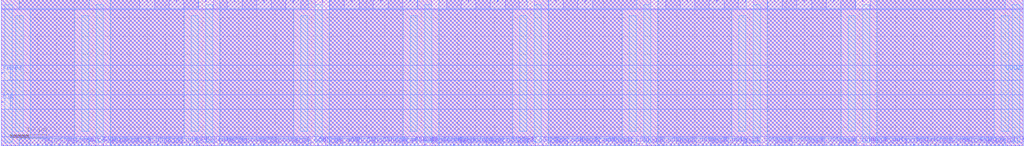
<source format=lef>
###############################################################
#  Generated by:      Cadence Innovus 21.14-s109_1
#  OS:                Linux x86_64(Host ID caen-vnc-mi06.engin.umich.edu)
#  Generated on:      Mon Apr  3 19:46:33 2023
#  Design:            decoder
#  Command:           write_lef_abstract /afs/umich.edu/class/eecs627/w23/groups/group4/CNN_LSTM/MEM/apr/decoder/data/decoder.lef -specifyTopLayer 4 -stripePin -PGpinLayers 4
###############################################################

VERSION 5.8 ;

BUSBITCHARS "[]" ;
DIVIDERCHAR "/" ;

MACRO decoder
  CLASS BLOCK ;
  SIZE 280.000000 BY 40.000000 ;
  FOREIGN decoder 0.000000 0.000000 ;
  ORIGIN 0 0 ;
  SYMMETRY X Y R90 ;
  PIN clk
    DIRECTION INPUT ;
    USE SIGNAL ;
    ANTENNAPARTIALMETALAREA 1.46 LAYER M3  ;
    ANTENNAPARTIALMETALSIDEAREA 0.015 LAYER M3  ;
    ANTENNAMODEL OXIDE1 ;
    ANTENNAGATEAREA 0.2136 LAYER M3  ;
    ANTENNAMAXAREACAR 8.25187 LAYER M3  ;
    ANTENNAMAXSIDEAREACAR 0.0875468 LAYER M3  ;
    ANTENNAMAXCUTCAR 0.561798 LAYER V3  ;
    PORT
      LAYER M3 ;
        RECT 0.000000 11.900000 0.600000 12.100000 ;
    END
  END clk
  PIN reset
    DIRECTION INPUT ;
    USE SIGNAL ;
    ANTENNAPARTIALMETALAREA 12.66 LAYER M3  ;
    ANTENNAPARTIALMETALSIDEAREA 0.127 LAYER M3  ;
    ANTENNAMODEL OXIDE1 ;
    ANTENNAGATEAREA 0.4416 LAYER M3  ;
    ANTENNAMAXAREACAR 31.7705 LAYER M3  ;
    ANTENNAMAXSIDEAREACAR 0.316925 LAYER M3  ;
    ANTENNAMAXCUTCAR 0.48419 LAYER V3  ;
    PORT
      LAYER M3 ;
        RECT 0.000000 19.900000 0.600000 20.100000 ;
    END
  END reset
  PIN CNTR_pk_in_PE_state__2_
    DIRECTION INPUT ;
    USE SIGNAL ;
    ANTENNAPARTIALMETALAREA 1.66 LAYER M2  ;
    ANTENNAPARTIALMETALSIDEAREA 0.0166 LAYER M2  ;
    ANTENNAPARTIALCUTAREA 0.08 LAYER V2  ;
    ANTENNAPARTIALMETALAREA 0.36 LAYER M3  ;
    ANTENNAPARTIALMETALSIDEAREA 0.004 LAYER M3  ;
    ANTENNAMODEL OXIDE1 ;
    ANTENNAGATEAREA 0.0624 LAYER M3  ;
    ANTENNAMAXAREACAR 14.7692 LAYER M3  ;
    ANTENNAMAXSIDEAREACAR 0.155449 LAYER M3  ;
    ANTENNAMAXCUTCAR 2.5641 LAYER V3  ;
    PORT
      LAYER M2 ;
        RECT 135.900000 39.400000 136.100000 40.000000 ;
    END
  END CNTR_pk_in_PE_state__2_
  PIN CNTR_pk_in_PE_state__1_
    DIRECTION INPUT ;
    USE SIGNAL ;
    ANTENNAPARTIALMETALAREA 2.7 LAYER M2  ;
    ANTENNAPARTIALMETALSIDEAREA 0.027 LAYER M2  ;
    ANTENNAMODEL OXIDE1 ;
    ANTENNAGATEAREA 0.0624 LAYER M2  ;
    ANTENNAMAXAREACAR 49.0641 LAYER M2  ;
    ANTENNAMAXSIDEAREACAR 0.485577 LAYER M2  ;
    ANTENNAMAXCUTCAR 1.28205 LAYER V2  ;
    PORT
      LAYER M2 ;
        RECT 143.900000 39.400000 144.100000 40.000000 ;
    END
  END CNTR_pk_in_PE_state__1_
  PIN CNTR_pk_in_PE_state__0_
    DIRECTION INPUT ;
    USE SIGNAL ;
    ANTENNAPARTIALMETALAREA 2.62 LAYER M2  ;
    ANTENNAPARTIALMETALSIDEAREA 0.0262 LAYER M2  ;
    ANTENNAMODEL OXIDE1 ;
    ANTENNAGATEAREA 0.0624 LAYER M2  ;
    ANTENNAMAXAREACAR 47.7821 LAYER M2  ;
    ANTENNAMAXSIDEAREACAR 0.472756 LAYER M2  ;
    ANTENNAMAXCUTCAR 1.28205 LAYER V2  ;
    PORT
      LAYER M2 ;
        RECT 151.900000 39.400000 152.100000 40.000000 ;
    END
  END CNTR_pk_in_PE_state__0_
  PIN CNTR_pk_in_wrb_data__7_
    DIRECTION INPUT ;
    USE SIGNAL ;
    ANTENNAPARTIALMETALAREA 1.34 LAYER M2  ;
    ANTENNAPARTIALMETALSIDEAREA 0.0134 LAYER M2  ;
    ANTENNAPARTIALCUTAREA 0.08 LAYER V2  ;
    ANTENNAPARTIALMETALAREA 1.56 LAYER M3  ;
    ANTENNAPARTIALMETALSIDEAREA 0.016 LAYER M3  ;
    ANTENNAMODEL OXIDE1 ;
    ANTENNAGATEAREA 0.0624 LAYER M3  ;
    ANTENNAMAXAREACAR 39.1282 LAYER M3  ;
    ANTENNAMAXSIDEAREACAR 0.399038 LAYER M3  ;
    ANTENNAMAXCUTCAR 2.5641 LAYER V3  ;
    PORT
      LAYER M2 ;
        RECT 235.900000 39.400000 236.100000 40.000000 ;
    END
  END CNTR_pk_in_wrb_data__7_
  PIN CNTR_pk_in_wrb_data__6_
    DIRECTION INPUT ;
    USE SIGNAL ;
    ANTENNAPARTIALMETALAREA 2.7 LAYER M2  ;
    ANTENNAPARTIALMETALSIDEAREA 0.027 LAYER M2  ;
    ANTENNAMODEL OXIDE1 ;
    ANTENNAGATEAREA 0.0624 LAYER M2  ;
    ANTENNAMAXAREACAR 49.0641 LAYER M2  ;
    ANTENNAMAXSIDEAREACAR 0.485577 LAYER M2  ;
    ANTENNAMAXCUTCAR 1.28205 LAYER V2  ;
    PORT
      LAYER M2 ;
        RECT 227.900000 39.400000 228.100000 40.000000 ;
    END
  END CNTR_pk_in_wrb_data__6_
  PIN CNTR_pk_in_wrb_data__5_
    DIRECTION INPUT ;
    USE SIGNAL ;
    ANTENNAPARTIALMETALAREA 2.7 LAYER M2  ;
    ANTENNAPARTIALMETALSIDEAREA 0.027 LAYER M2  ;
    ANTENNAMODEL OXIDE1 ;
    ANTENNAGATEAREA 0.0624 LAYER M2  ;
    ANTENNAMAXAREACAR 49.0641 LAYER M2  ;
    ANTENNAMAXSIDEAREACAR 0.485577 LAYER M2  ;
    ANTENNAMAXCUTCAR 1.28205 LAYER V2  ;
    PORT
      LAYER M2 ;
        RECT 219.900000 39.400000 220.100000 40.000000 ;
    END
  END CNTR_pk_in_wrb_data__5_
  PIN CNTR_pk_in_wrb_data__4_
    DIRECTION INPUT ;
    USE SIGNAL ;
    ANTENNAPARTIALMETALAREA 2.7 LAYER M2  ;
    ANTENNAPARTIALMETALSIDEAREA 0.027 LAYER M2  ;
    ANTENNAMODEL OXIDE1 ;
    ANTENNAGATEAREA 0.0624 LAYER M2  ;
    ANTENNAMAXAREACAR 49.0641 LAYER M2  ;
    ANTENNAMAXSIDEAREACAR 0.485577 LAYER M2  ;
    ANTENNAMAXCUTCAR 1.28205 LAYER V2  ;
    PORT
      LAYER M2 ;
        RECT 211.900000 39.400000 212.100000 40.000000 ;
    END
  END CNTR_pk_in_wrb_data__4_
  PIN CNTR_pk_in_wrb_data__3_
    DIRECTION INPUT ;
    USE SIGNAL ;
    ANTENNAPARTIALMETALAREA 2.78 LAYER M2  ;
    ANTENNAPARTIALMETALSIDEAREA 0.0278 LAYER M2  ;
    ANTENNAMODEL OXIDE1 ;
    ANTENNAGATEAREA 0.0624 LAYER M2  ;
    ANTENNAMAXAREACAR 50.3462 LAYER M2  ;
    ANTENNAMAXSIDEAREACAR 0.498397 LAYER M2  ;
    ANTENNAMAXCUTCAR 1.28205 LAYER V2  ;
    PORT
      LAYER M2 ;
        RECT 203.900000 39.400000 204.100000 40.000000 ;
    END
  END CNTR_pk_in_wrb_data__3_
  PIN CNTR_pk_in_wrb_data__2_
    DIRECTION INPUT ;
    USE SIGNAL ;
    ANTENNAPARTIALMETALAREA 1.66 LAYER M2  ;
    ANTENNAPARTIALMETALSIDEAREA 0.0166 LAYER M2  ;
    ANTENNAPARTIALCUTAREA 0.08 LAYER V2  ;
    ANTENNAPARTIALMETALAREA 0.52 LAYER M3  ;
    ANTENNAPARTIALMETALSIDEAREA 0.0056 LAYER M3  ;
    ANTENNAMODEL OXIDE1 ;
    ANTENNAGATEAREA 0.0624 LAYER M3  ;
    ANTENNAMAXAREACAR 31.4359 LAYER M3  ;
    ANTENNAMAXSIDEAREACAR 0.322115 LAYER M3  ;
    ANTENNAMAXCUTCAR 2.5641 LAYER V3  ;
    PORT
      LAYER M2 ;
        RECT 195.900000 39.400000 196.100000 40.000000 ;
    END
  END CNTR_pk_in_wrb_data__2_
  PIN CNTR_pk_in_wrb_data__1_
    DIRECTION INPUT ;
    USE SIGNAL ;
    ANTENNAPARTIALMETALAREA 2.62 LAYER M2  ;
    ANTENNAPARTIALMETALSIDEAREA 0.0262 LAYER M2  ;
    ANTENNAMODEL OXIDE1 ;
    ANTENNAGATEAREA 0.0624 LAYER M2  ;
    ANTENNAMAXAREACAR 47.7821 LAYER M2  ;
    ANTENNAMAXSIDEAREACAR 0.472756 LAYER M2  ;
    ANTENNAMAXCUTCAR 1.28205 LAYER V2  ;
    PORT
      LAYER M2 ;
        RECT 187.900000 39.400000 188.100000 40.000000 ;
    END
  END CNTR_pk_in_wrb_data__1_
  PIN CNTR_pk_in_wrb_data__0_
    DIRECTION INPUT ;
    USE SIGNAL ;
    ANTENNAPARTIALMETALAREA 2.7 LAYER M2  ;
    ANTENNAPARTIALMETALSIDEAREA 0.027 LAYER M2  ;
    ANTENNAMODEL OXIDE1 ;
    ANTENNAGATEAREA 0.0624 LAYER M2  ;
    ANTENNAMAXAREACAR 49.0641 LAYER M2  ;
    ANTENNAMAXSIDEAREACAR 0.485577 LAYER M2  ;
    ANTENNAMAXCUTCAR 1.28205 LAYER V2  ;
    PORT
      LAYER M2 ;
        RECT 179.900000 39.400000 180.100000 40.000000 ;
    END
  END CNTR_pk_in_wrb_data__0_
  PIN CNTR_pk_in_wrb_addr__7_
    DIRECTION INPUT ;
    USE SIGNAL ;
    ANTENNAPARTIALMETALAREA 1.9 LAYER M2  ;
    ANTENNAPARTIALMETALSIDEAREA 0.019 LAYER M2  ;
    ANTENNAPARTIALCUTAREA 0.08 LAYER V2  ;
    ANTENNAPARTIALMETALAREA 5.76 LAYER M3  ;
    ANTENNAPARTIALMETALSIDEAREA 0.0584 LAYER M3  ;
    ANTENNAMODEL OXIDE1 ;
    ANTENNAGATEAREA 0.5184 LAYER M3  ;
    ANTENNAMAXAREACAR 17.4621 LAYER M3  ;
    ANTENNAMAXSIDEAREACAR 0.177783 LAYER M3  ;
    ANTENNAMAXCUTCAR 0.704225 LAYER V3  ;
    PORT
      LAYER M2 ;
        RECT 39.900000 39.400000 40.100000 40.000000 ;
    END
  END CNTR_pk_in_wrb_addr__7_
  PIN CNTR_pk_in_wrb_addr__6_
    DIRECTION INPUT ;
    USE SIGNAL ;
    ANTENNAPARTIALMETALAREA 1.42 LAYER M2  ;
    ANTENNAPARTIALMETALSIDEAREA 0.0142 LAYER M2  ;
    ANTENNAPARTIALCUTAREA 0.08 LAYER V2  ;
    ANTENNAPARTIALMETALAREA 1.4 LAYER M3  ;
    ANTENNAPARTIALMETALSIDEAREA 0.0144 LAYER M3  ;
    ANTENNAMODEL OXIDE1 ;
    ANTENNAGATEAREA 0.2208 LAYER M3  ;
    ANTENNAMAXAREACAR 21.8349 LAYER M3  ;
    ANTENNAMAXSIDEAREACAR 0.225215 LAYER M3  ;
    ANTENNAMAXCUTCAR 0.812769 LAYER V3  ;
    PORT
      LAYER M2 ;
        RECT 47.900000 39.400000 48.100000 40.000000 ;
    END
  END CNTR_pk_in_wrb_addr__6_
  PIN CNTR_pk_in_wrb_addr__5_
    DIRECTION INPUT ;
    USE SIGNAL ;
    ANTENNAPARTIALMETALAREA 1.34 LAYER M2  ;
    ANTENNAPARTIALMETALSIDEAREA 0.0134 LAYER M2  ;
    ANTENNAPARTIALCUTAREA 0.08 LAYER V2  ;
    ANTENNAPARTIALMETALAREA 1.16 LAYER M3  ;
    ANTENNAPARTIALMETALSIDEAREA 0.012 LAYER M3  ;
    ANTENNAMODEL OXIDE1 ;
    ANTENNAGATEAREA 0.0888 LAYER M3  ;
    ANTENNAMAXAREACAR 20.464 LAYER M3  ;
    ANTENNAMAXSIDEAREACAR 0.216892 LAYER M3  ;
    ANTENNAMAXCUTCAR 1.35135 LAYER V3  ;
    PORT
      LAYER M2 ;
        RECT 55.900000 39.400000 56.100000 40.000000 ;
    END
  END CNTR_pk_in_wrb_addr__5_
  PIN CNTR_pk_in_wrb_addr__4_
    DIRECTION INPUT ;
    USE SIGNAL ;
    ANTENNAPARTIALMETALAREA 1.9 LAYER M2  ;
    ANTENNAPARTIALMETALSIDEAREA 0.019 LAYER M2  ;
    ANTENNAMODEL OXIDE1 ;
    ANTENNAGATEAREA 0.1704 LAYER M2  ;
    ANTENNAMAXAREACAR 12.7277 LAYER M2  ;
    ANTENNAMAXSIDEAREACAR 0.127465 LAYER M2  ;
    ANTENNAPARTIALCUTAREA 0.08 LAYER V2  ;
    ANTENNAMAXCUTCAR 0.938967 LAYER V2  ;
    ANTENNAPARTIALMETALAREA 0.92 LAYER M3  ;
    ANTENNAPARTIALMETALSIDEAREA 0.0096 LAYER M3  ;
    ANTENNAGATEAREA 0.4512 LAYER M3  ;
    ANTENNAMAXAREACAR 14.7667 LAYER M3  ;
    ANTENNAMAXSIDEAREACAR 0.148741 LAYER M3  ;
    ANTENNAMAXCUTCAR 0.938967 LAYER V3  ;
    PORT
      LAYER M2 ;
        RECT 63.900000 39.400000 64.100000 40.000000 ;
    END
  END CNTR_pk_in_wrb_addr__4_
  PIN CNTR_pk_in_wrb_addr__3_
    DIRECTION INPUT ;
    USE SIGNAL ;
    ANTENNAPARTIALMETALAREA 2.0424 LAYER M2  ;
    ANTENNAPARTIALMETALSIDEAREA 0.02036 LAYER M2  ;
    ANTENNAPARTIALCUTAREA 0.08 LAYER V2  ;
    ANTENNAPARTIALMETALAREA 13 LAYER M3  ;
    ANTENNAPARTIALMETALSIDEAREA 0.1304 LAYER M3  ;
    ANTENNAPARTIALCUTAREA 0.04 LAYER V3  ;
    ANTENNAPARTIALMETALAREA 0.24 LAYER M4  ;
    ANTENNAPARTIALMETALSIDEAREA 0.0032 LAYER M4  ;
    ANTENNAMODEL OXIDE1 ;
    ANTENNAGATEAREA 0.0624 LAYER M4  ;
    ANTENNAMAXAREACAR 40.4103 LAYER M4  ;
    ANTENNAMAXSIDEAREACAR 0.424679 LAYER M4  ;
    ANTENNAMAXCUTCAR 3.20513 LAYER V4  ;
    PORT
      LAYER M2 ;
        RECT 71.920000 39.240000 72.080000 40.000000 ;
    END
  END CNTR_pk_in_wrb_addr__3_
  PIN CNTR_pk_in_wrb_addr__2_
    DIRECTION INPUT ;
    USE SIGNAL ;
    ANTENNAPARTIALMETALAREA 0.164 LAYER M2  ;
    ANTENNAPARTIALMETALSIDEAREA 0.00164 LAYER M2  ;
    ANTENNAPARTIALCUTAREA 0.08 LAYER V2  ;
    ANTENNAPARTIALMETALAREA 9.64 LAYER M3  ;
    ANTENNAPARTIALMETALSIDEAREA 0.0968 LAYER M3  ;
    ANTENNAPARTIALCUTAREA 0.04 LAYER V3  ;
    ANTENNAPARTIALMETALAREA 0.24 LAYER M4  ;
    ANTENNAPARTIALMETALSIDEAREA 0.0032 LAYER M4  ;
    ANTENNAMODEL OXIDE1 ;
    ANTENNAGATEAREA 0.0624 LAYER M4  ;
    ANTENNAMAXAREACAR 47.4615 LAYER M4  ;
    ANTENNAMAXSIDEAREACAR 0.501603 LAYER M4  ;
    ANTENNAMAXCUTCAR 3.20513 LAYER V4  ;
    PORT
      LAYER M2 ;
        RECT 79.920000 39.240000 80.080000 40.000000 ;
    END
  END CNTR_pk_in_wrb_addr__2_
  PIN CNTR_pk_in_wrb_addr__1_
    DIRECTION INPUT ;
    USE SIGNAL ;
    ANTENNAPARTIALMETALAREA 1.4824 LAYER M2  ;
    ANTENNAPARTIALMETALSIDEAREA 0.01476 LAYER M2  ;
    ANTENNAPARTIALCUTAREA 0.08 LAYER V2  ;
    ANTENNAPARTIALMETALAREA 6.8 LAYER M3  ;
    ANTENNAPARTIALMETALSIDEAREA 0.0688 LAYER M3  ;
    ANTENNAPARTIALCUTAREA 0.04 LAYER V3  ;
    ANTENNAPARTIALMETALAREA 0.24 LAYER M4  ;
    ANTENNAPARTIALMETALSIDEAREA 0.0032 LAYER M4  ;
    ANTENNAMODEL OXIDE1 ;
    ANTENNAGATEAREA 0.0624 LAYER M4  ;
    ANTENNAMAXAREACAR 36.5641 LAYER M4  ;
    ANTENNAMAXSIDEAREACAR 0.386218 LAYER M4  ;
    ANTENNAMAXCUTCAR 3.20513 LAYER V4  ;
    PORT
      LAYER M2 ;
        RECT 87.920000 39.240000 88.080000 40.000000 ;
    END
  END CNTR_pk_in_wrb_addr__1_
  PIN CNTR_pk_in_wrb_addr__0_
    DIRECTION INPUT ;
    USE SIGNAL ;
    ANTENNAPARTIALMETALAREA 2.46 LAYER M2  ;
    ANTENNAPARTIALMETALSIDEAREA 0.0246 LAYER M2  ;
    ANTENNAPARTIALCUTAREA 0.08 LAYER V2  ;
    ANTENNAPARTIALMETALAREA 5 LAYER M3  ;
    ANTENNAPARTIALMETALSIDEAREA 0.0504 LAYER M3  ;
    ANTENNAPARTIALCUTAREA 0.04 LAYER V3  ;
    ANTENNAPARTIALMETALAREA 0.24 LAYER M4  ;
    ANTENNAPARTIALMETALSIDEAREA 0.0032 LAYER M4  ;
    ANTENNAMODEL OXIDE1 ;
    ANTENNAGATEAREA 0.0624 LAYER M4  ;
    ANTENNAMAXAREACAR 31.4359 LAYER M4  ;
    ANTENNAMAXSIDEAREACAR 0.334936 LAYER M4  ;
    ANTENNAMAXCUTCAR 3.20513 LAYER V4  ;
    PORT
      LAYER M2 ;
        RECT 95.900000 39.400000 96.100000 40.000000 ;
    END
  END CNTR_pk_in_wrb_addr__0_
  PIN CNTR_pk_in_wrb_
    DIRECTION INPUT ;
    USE SIGNAL ;
    ANTENNAPARTIALMETALAREA 3.18 LAYER M2  ;
    ANTENNAPARTIALMETALSIDEAREA 0.0318 LAYER M2  ;
    ANTENNAPARTIALCUTAREA 0.08 LAYER V2  ;
    ANTENNAPARTIALMETALAREA 20.24 LAYER M3  ;
    ANTENNAPARTIALMETALSIDEAREA 0.2032 LAYER M3  ;
    ANTENNAMODEL OXIDE1 ;
    ANTENNAGATEAREA 0.4104 LAYER M3  ;
    ANTENNAMAXAREACAR 52.5131 LAYER M3  ;
    ANTENNAMAXSIDEAREACAR 0.536506 LAYER M3  ;
    ANTENNAMAXCUTCAR 1.72414 LAYER V3  ;
    PORT
      LAYER M2 ;
        RECT 159.900000 39.400000 160.100000 40.000000 ;
    END
  END CNTR_pk_in_wrb_
  PIN CNTR_pk_in_rdb_addr__3_
    DIRECTION INPUT ;
    USE SIGNAL ;
    ANTENNAPARTIALMETALAREA 1.5 LAYER M2  ;
    ANTENNAPARTIALMETALSIDEAREA 0.015 LAYER M2  ;
    ANTENNAPARTIALCUTAREA 0.08 LAYER V2  ;
    ANTENNAPARTIALMETALAREA 0.6 LAYER M3  ;
    ANTENNAPARTIALMETALSIDEAREA 0.0064 LAYER M3  ;
    ANTENNAMODEL OXIDE1 ;
    ANTENNAGATEAREA 0.0624 LAYER M3  ;
    ANTENNAMAXAREACAR 21.1795 LAYER M3  ;
    ANTENNAMAXSIDEAREACAR 0.219551 LAYER M3  ;
    ANTENNAMAXCUTCAR 2.5641 LAYER V3  ;
    PORT
      LAYER M2 ;
        RECT 103.900000 39.400000 104.100000 40.000000 ;
    END
  END CNTR_pk_in_rdb_addr__3_
  PIN CNTR_pk_in_rdb_addr__2_
    DIRECTION INPUT ;
    USE SIGNAL ;
    ANTENNAPARTIALMETALAREA 1.74 LAYER M2  ;
    ANTENNAPARTIALMETALSIDEAREA 0.0174 LAYER M2  ;
    ANTENNAMODEL OXIDE1 ;
    ANTENNAGATEAREA 0.0624 LAYER M2  ;
    ANTENNAMAXAREACAR 33.6795 LAYER M2  ;
    ANTENNAMAXSIDEAREACAR 0.331731 LAYER M2  ;
    ANTENNAMAXCUTCAR 1.28205 LAYER V2  ;
    PORT
      LAYER M2 ;
        RECT 111.900000 39.400000 112.100000 40.000000 ;
    END
  END CNTR_pk_in_rdb_addr__2_
  PIN CNTR_pk_in_rdb_addr__1_
    DIRECTION INPUT ;
    USE SIGNAL ;
    ANTENNAPARTIALMETALAREA 1.92 LAYER M2  ;
    ANTENNAPARTIALMETALSIDEAREA 0.0192 LAYER M2  ;
    ANTENNAMODEL OXIDE1 ;
    ANTENNAGATEAREA 0.0624 LAYER M2  ;
    ANTENNAMAXAREACAR 36.5641 LAYER M2  ;
    ANTENNAMAXSIDEAREACAR 0.360577 LAYER M2  ;
    ANTENNAMAXCUTCAR 1.28205 LAYER V2  ;
    PORT
      LAYER M2 ;
        RECT 119.900000 39.400000 120.100000 40.000000 ;
    END
  END CNTR_pk_in_rdb_addr__1_
  PIN CNTR_pk_in_rdb_addr__0_
    DIRECTION INPUT ;
    USE SIGNAL ;
    ANTENNAPARTIALMETALAREA 3.18 LAYER M2  ;
    ANTENNAPARTIALMETALSIDEAREA 0.0318 LAYER M2  ;
    ANTENNAMODEL OXIDE1 ;
    ANTENNAGATEAREA 0.0624 LAYER M2  ;
    ANTENNAMAXAREACAR 56.7564 LAYER M2  ;
    ANTENNAMAXSIDEAREACAR 0.5625 LAYER M2  ;
    ANTENNAMAXCUTCAR 1.28205 LAYER V2  ;
    PORT
      LAYER M2 ;
        RECT 127.900000 39.400000 128.100000 40.000000 ;
    END
  END CNTR_pk_in_rdb_addr__0_
  PIN CNN_pk_out_PE_state__2_
    DIRECTION OUTPUT ;
    USE SIGNAL ;
    ANTENNAPARTIALMETALAREA 1.26 LAYER M2  ;
    ANTENNAPARTIALMETALSIDEAREA 0.0126 LAYER M2  ;
    ANTENNAPARTIALCUTAREA 0.08 LAYER V2  ;
    ANTENNADIFFAREA 2.014 LAYER M3  ;
    ANTENNAPARTIALMETALAREA 7.8 LAYER M3  ;
    ANTENNAPARTIALMETALSIDEAREA 0.0784 LAYER M3  ;
    PORT
      LAYER M2 ;
        RECT 60.300000 0.000000 60.500000 0.600000 ;
    END
  END CNN_pk_out_PE_state__2_
  PIN CNN_pk_out_PE_state__1_
    DIRECTION OUTPUT ;
    USE SIGNAL ;
    ANTENNAPARTIALMETALAREA 1.42 LAYER M2  ;
    ANTENNAPARTIALMETALSIDEAREA 0.0142 LAYER M2  ;
    ANTENNAPARTIALCUTAREA 0.08 LAYER V2  ;
    ANTENNADIFFAREA 2.014 LAYER M3  ;
    ANTENNAPARTIALMETALAREA 3.8 LAYER M3  ;
    ANTENNAPARTIALMETALSIDEAREA 0.0384 LAYER M3  ;
    PORT
      LAYER M2 ;
        RECT 51.500000 0.000000 51.700000 0.600000 ;
    END
  END CNN_pk_out_PE_state__1_
  PIN CNN_pk_out_PE_state__0_
    DIRECTION OUTPUT ;
    USE SIGNAL ;
    ANTENNADIFFAREA 2.014 LAYER M2  ;
    ANTENNAPARTIALMETALAREA 5.58 LAYER M2  ;
    ANTENNAPARTIALMETALSIDEAREA 0.0558 LAYER M2  ;
    PORT
      LAYER M2 ;
        RECT 42.700000 0.000000 42.900000 0.600000 ;
    END
  END CNN_pk_out_PE_state__0_
  PIN CNN_pk_out_wrb_data__7_
    DIRECTION OUTPUT ;
    USE SIGNAL ;
    ANTENNAPARTIALMETALAREA 1.66 LAYER M2  ;
    ANTENNAPARTIALMETALSIDEAREA 0.0166 LAYER M2  ;
    ANTENNAPARTIALCUTAREA 0.08 LAYER V2  ;
    ANTENNADIFFAREA 2.014 LAYER M3  ;
    ANTENNAPARTIALMETALAREA 1.16 LAYER M3  ;
    ANTENNAPARTIALMETALSIDEAREA 0.012 LAYER M3  ;
    PORT
      LAYER M2 ;
        RECT 236.300000 0.000000 236.500000 0.600000 ;
    END
  END CNN_pk_out_wrb_data__7_
  PIN CNN_pk_out_wrb_data__6_
    DIRECTION OUTPUT ;
    USE SIGNAL ;
    ANTENNAPARTIALMETALAREA 2.94 LAYER M2  ;
    ANTENNAPARTIALMETALSIDEAREA 0.0294 LAYER M2  ;
    ANTENNAPARTIALCUTAREA 0.08 LAYER V2  ;
    ANTENNADIFFAREA 2.014 LAYER M3  ;
    ANTENNAPARTIALMETALAREA 0.68 LAYER M3  ;
    ANTENNAPARTIALMETALSIDEAREA 0.0072 LAYER M3  ;
    PORT
      LAYER M2 ;
        RECT 227.500000 0.000000 227.700000 0.600000 ;
    END
  END CNN_pk_out_wrb_data__6_
  PIN CNN_pk_out_wrb_data__5_
    DIRECTION OUTPUT ;
    USE SIGNAL ;
    ANTENNAPARTIALMETALAREA 3.74 LAYER M2  ;
    ANTENNAPARTIALMETALSIDEAREA 0.0374 LAYER M2  ;
    ANTENNAPARTIALCUTAREA 0.08 LAYER V2  ;
    ANTENNADIFFAREA 2.014 LAYER M3  ;
    ANTENNAPARTIALMETALAREA 0.76 LAYER M3  ;
    ANTENNAPARTIALMETALSIDEAREA 0.008 LAYER M3  ;
    PORT
      LAYER M2 ;
        RECT 218.700000 0.000000 218.900000 0.600000 ;
    END
  END CNN_pk_out_wrb_data__5_
  PIN CNN_pk_out_wrb_data__4_
    DIRECTION OUTPUT ;
    USE SIGNAL ;
    ANTENNAPARTIALMETALAREA 3.58 LAYER M2  ;
    ANTENNAPARTIALMETALSIDEAREA 0.0358 LAYER M2  ;
    ANTENNAPARTIALCUTAREA 0.08 LAYER V2  ;
    ANTENNADIFFAREA 2.014 LAYER M3  ;
    ANTENNAPARTIALMETALAREA 0.76 LAYER M3  ;
    ANTENNAPARTIALMETALSIDEAREA 0.008 LAYER M3  ;
    PORT
      LAYER M2 ;
        RECT 209.900000 0.000000 210.100000 0.600000 ;
    END
  END CNN_pk_out_wrb_data__4_
  PIN CNN_pk_out_wrb_data__3_
    DIRECTION OUTPUT ;
    USE SIGNAL ;
    ANTENNADIFFAREA 2.014 LAYER M2  ;
    ANTENNAPARTIALMETALAREA 4.56 LAYER M2  ;
    ANTENNAPARTIALMETALSIDEAREA 0.0456 LAYER M2  ;
    PORT
      LAYER M2 ;
        RECT 201.100000 0.000000 201.300000 0.600000 ;
    END
  END CNN_pk_out_wrb_data__3_
  PIN CNN_pk_out_wrb_data__2_
    DIRECTION OUTPUT ;
    USE SIGNAL ;
    ANTENNADIFFAREA 2.014 LAYER M2  ;
    ANTENNAPARTIALMETALAREA 4.06 LAYER M2  ;
    ANTENNAPARTIALMETALSIDEAREA 0.0406 LAYER M2  ;
    PORT
      LAYER M2 ;
        RECT 192.300000 0.000000 192.500000 0.600000 ;
    END
  END CNN_pk_out_wrb_data__2_
  PIN CNN_pk_out_wrb_data__1_
    DIRECTION OUTPUT ;
    USE SIGNAL ;
    ANTENNAPARTIALMETALAREA 3.74 LAYER M2  ;
    ANTENNAPARTIALMETALSIDEAREA 0.0374 LAYER M2  ;
    ANTENNAPARTIALCUTAREA 0.08 LAYER V2  ;
    ANTENNADIFFAREA 2.014 LAYER M3  ;
    ANTENNAPARTIALMETALAREA 0.92 LAYER M3  ;
    ANTENNAPARTIALMETALSIDEAREA 0.0096 LAYER M3  ;
    PORT
      LAYER M2 ;
        RECT 183.500000 0.000000 183.700000 0.600000 ;
    END
  END CNN_pk_out_wrb_data__1_
  PIN CNN_pk_out_wrb_data__0_
    DIRECTION OUTPUT ;
    USE SIGNAL ;
    ANTENNADIFFAREA 2.014 LAYER M2  ;
    ANTENNAPARTIALMETALAREA 4.38 LAYER M2  ;
    ANTENNAPARTIALMETALSIDEAREA 0.0438 LAYER M2  ;
    PORT
      LAYER M2 ;
        RECT 174.700000 0.000000 174.900000 0.600000 ;
    END
  END CNN_pk_out_wrb_data__0_
  PIN CNN_pk_out_wrb_addr__3_
    DIRECTION OUTPUT ;
    USE SIGNAL ;
    ANTENNADIFFAREA 2.014 LAYER M2  ;
    ANTENNAPARTIALMETALAREA 4.16 LAYER M2  ;
    ANTENNAPARTIALMETALSIDEAREA 0.0416 LAYER M2  ;
    PORT
      LAYER M2 ;
        RECT 165.900000 0.000000 166.100000 0.600000 ;
    END
  END CNN_pk_out_wrb_addr__3_
  PIN CNN_pk_out_wrb_addr__2_
    DIRECTION OUTPUT ;
    USE SIGNAL ;
    ANTENNAPARTIALMETALAREA 3.82 LAYER M2  ;
    ANTENNAPARTIALMETALSIDEAREA 0.0382 LAYER M2  ;
    ANTENNAPARTIALCUTAREA 0.08 LAYER V2  ;
    ANTENNADIFFAREA 2.014 LAYER M3  ;
    ANTENNAPARTIALMETALAREA 0.76 LAYER M3  ;
    ANTENNAPARTIALMETALSIDEAREA 0.008 LAYER M3  ;
    PORT
      LAYER M2 ;
        RECT 157.100000 0.000000 157.300000 0.600000 ;
    END
  END CNN_pk_out_wrb_addr__2_
  PIN CNN_pk_out_wrb_addr__1_
    DIRECTION OUTPUT ;
    USE SIGNAL ;
    ANTENNAPARTIALMETALAREA 2.86 LAYER M2  ;
    ANTENNAPARTIALMETALSIDEAREA 0.0286 LAYER M2  ;
    ANTENNAPARTIALCUTAREA 0.08 LAYER V2  ;
    ANTENNADIFFAREA 2.014 LAYER M3  ;
    ANTENNAPARTIALMETALAREA 0.68 LAYER M3  ;
    ANTENNAPARTIALMETALSIDEAREA 0.0072 LAYER M3  ;
    PORT
      LAYER M2 ;
        RECT 148.300000 0.000000 148.500000 0.600000 ;
    END
  END CNN_pk_out_wrb_addr__1_
  PIN CNN_pk_out_wrb_addr__0_
    DIRECTION OUTPUT ;
    USE SIGNAL ;
    ANTENNAPARTIALMETALAREA 2.78 LAYER M2  ;
    ANTENNAPARTIALMETALSIDEAREA 0.0278 LAYER M2  ;
    ANTENNAPARTIALCUTAREA 0.08 LAYER V2  ;
    ANTENNADIFFAREA 2.014 LAYER M3  ;
    ANTENNAPARTIALMETALAREA 0.6 LAYER M3  ;
    ANTENNAPARTIALMETALSIDEAREA 0.0064 LAYER M3  ;
    PORT
      LAYER M2 ;
        RECT 139.500000 0.000000 139.700000 0.600000 ;
    END
  END CNN_pk_out_wrb_addr__0_
  PIN CNN_pk_out_wrb__3__3_
    DIRECTION OUTPUT ;
    USE SIGNAL ;
    ANTENNAPARTIALMETALAREA 1.42 LAYER M2  ;
    ANTENNAPARTIALMETALSIDEAREA 0.0142 LAYER M2  ;
    ANTENNAPARTIALCUTAREA 0.08 LAYER V2  ;
    ANTENNADIFFAREA 2.172 LAYER M3  ;
    ANTENNAPARTIALMETALAREA 2.04 LAYER M3  ;
    ANTENNAPARTIALMETALSIDEAREA 0.0208 LAYER M3  ;
    PORT
      LAYER M2 ;
        RECT 130.700000 0.000000 130.900000 0.600000 ;
    END
  END CNN_pk_out_wrb__3__3_
  PIN CNN_pk_out_wrb__3__2_
    DIRECTION OUTPUT ;
    USE SIGNAL ;
    ANTENNADIFFAREA 2.172 LAYER M2  ;
    ANTENNAPARTIALMETALAREA 2.78 LAYER M2  ;
    ANTENNAPARTIALMETALSIDEAREA 0.0278 LAYER M2  ;
    PORT
      LAYER M2 ;
        RECT 121.900000 0.000000 122.100000 0.600000 ;
    END
  END CNN_pk_out_wrb__3__2_
  PIN CNN_pk_out_wrb__3__1_
    DIRECTION OUTPUT ;
    USE SIGNAL ;
    ANTENNAPARTIALMETALAREA 1.26 LAYER M2  ;
    ANTENNAPARTIALMETALSIDEAREA 0.0126 LAYER M2  ;
    ANTENNAPARTIALCUTAREA 0.08 LAYER V2  ;
    ANTENNADIFFAREA 3.196 LAYER M3  ;
    ANTENNAPARTIALMETALAREA 1.72 LAYER M3  ;
    ANTENNAPARTIALMETALSIDEAREA 0.0176 LAYER M3  ;
    PORT
      LAYER M2 ;
        RECT 113.100000 0.000000 113.300000 0.600000 ;
    END
  END CNN_pk_out_wrb__3__1_
  PIN CNN_pk_out_wrb__3__0_
    DIRECTION OUTPUT ;
    USE SIGNAL ;
    ANTENNAPARTIALMETALAREA 1.98 LAYER M2  ;
    ANTENNAPARTIALMETALSIDEAREA 0.0198 LAYER M2  ;
    ANTENNAPARTIALCUTAREA 0.04 LAYER V2  ;
    ANTENNADIFFAREA 3.196 LAYER M3  ;
    ANTENNAPARTIALMETALAREA 0.28 LAYER M3  ;
    ANTENNAPARTIALMETALSIDEAREA 0.0032 LAYER M3  ;
    PORT
      LAYER M2 ;
        RECT 104.300000 0.000000 104.500000 0.600000 ;
    END
  END CNN_pk_out_wrb__3__0_
  PIN CNN_pk_out_wrb__2__3_
    DIRECTION OUTPUT ;
    USE SIGNAL ;
    ANTENNAPARTIALMETALAREA 1.34 LAYER M2  ;
    ANTENNAPARTIALMETALSIDEAREA 0.0134 LAYER M2  ;
    ANTENNAPARTIALCUTAREA 0.08 LAYER V2  ;
    ANTENNADIFFAREA 2.172 LAYER M3  ;
    ANTENNAPARTIALMETALAREA 1.48 LAYER M3  ;
    ANTENNAPARTIALMETALSIDEAREA 0.0152 LAYER M3  ;
    PORT
      LAYER M2 ;
        RECT 27.900000 0.000000 28.100000 0.600000 ;
    END
  END CNN_pk_out_wrb__2__3_
  PIN CNN_pk_out_wrb__2__2_
    DIRECTION OUTPUT ;
    USE SIGNAL ;
    ANTENNAPARTIALMETALAREA 2.54 LAYER M2  ;
    ANTENNAPARTIALMETALSIDEAREA 0.0254 LAYER M2  ;
    ANTENNAPARTIALCUTAREA 0.08 LAYER V2  ;
    ANTENNADIFFAREA 2.172 LAYER M3  ;
    ANTENNAPARTIALMETALAREA 2.76 LAYER M3  ;
    ANTENNAPARTIALMETALSIDEAREA 0.028 LAYER M3  ;
    PORT
      LAYER M2 ;
        RECT 21.900000 0.000000 22.100000 0.600000 ;
    END
  END CNN_pk_out_wrb__2__2_
  PIN CNN_pk_out_wrb__2__1_
    DIRECTION OUTPUT ;
    USE SIGNAL ;
    ANTENNAPARTIALMETALAREA 1.5 LAYER M2  ;
    ANTENNAPARTIALMETALSIDEAREA 0.015 LAYER M2  ;
    ANTENNAPARTIALCUTAREA 0.08 LAYER V2  ;
    ANTENNADIFFAREA 3.196 LAYER M3  ;
    ANTENNAPARTIALMETALAREA 6.12 LAYER M3  ;
    ANTENNAPARTIALMETALSIDEAREA 0.0616 LAYER M3  ;
    PORT
      LAYER M2 ;
        RECT 15.900000 0.000000 16.100000 0.600000 ;
    END
  END CNN_pk_out_wrb__2__1_
  PIN CNN_pk_out_wrb__2__0_
    DIRECTION OUTPUT ;
    USE SIGNAL ;
    ANTENNAPARTIALMETALAREA 0.7 LAYER M2  ;
    ANTENNAPARTIALMETALSIDEAREA 0.007 LAYER M2  ;
    ANTENNAPARTIALCUTAREA 0.08 LAYER V2  ;
    ANTENNADIFFAREA 3.196 LAYER M3  ;
    ANTENNAPARTIALMETALAREA 7.56 LAYER M3  ;
    ANTENNAPARTIALMETALSIDEAREA 0.076 LAYER M3  ;
    PORT
      LAYER M2 ;
        RECT 9.900000 0.000000 10.100000 0.600000 ;
    END
  END CNN_pk_out_wrb__2__0_
  PIN CNN_pk_out_wrb__1__3_
    DIRECTION OUTPUT ;
    USE SIGNAL ;
    ANTENNADIFFAREA 2.172 LAYER M2  ;
    ANTENNAPARTIALMETALAREA 2.62 LAYER M2  ;
    ANTENNAPARTIALMETALSIDEAREA 0.0262 LAYER M2  ;
    PORT
      LAYER M2 ;
        RECT 123.900000 0.000000 124.100000 0.600000 ;
    END
  END CNN_pk_out_wrb__1__3_
  PIN CNN_pk_out_wrb__1__2_
    DIRECTION OUTPUT ;
    USE SIGNAL ;
    ANTENNADIFFAREA 2.172 LAYER M2  ;
    ANTENNAPARTIALMETALAREA 1.5 LAYER M2  ;
    ANTENNAPARTIALMETALSIDEAREA 0.015 LAYER M2  ;
    PORT
      LAYER M2 ;
        RECT 115.900000 0.000000 116.100000 0.600000 ;
    END
  END CNN_pk_out_wrb__1__2_
  PIN CNN_pk_out_wrb__1__1_
    DIRECTION OUTPUT ;
    USE SIGNAL ;
    ANTENNAPARTIALMETALAREA 1.98 LAYER M2  ;
    ANTENNAPARTIALMETALSIDEAREA 0.0198 LAYER M2  ;
    ANTENNAPARTIALCUTAREA 0.08 LAYER V2  ;
    ANTENNADIFFAREA 3.196 LAYER M3  ;
    ANTENNAPARTIALMETALAREA 0.52 LAYER M3  ;
    ANTENNAPARTIALMETALSIDEAREA 0.0056 LAYER M3  ;
    PORT
      LAYER M2 ;
        RECT 107.900000 0.000000 108.100000 0.600000 ;
    END
  END CNN_pk_out_wrb__1__1_
  PIN CNN_pk_out_wrb__1__0_
    DIRECTION OUTPUT ;
    USE SIGNAL ;
    ANTENNAPARTIALMETALAREA 1.5 LAYER M2  ;
    ANTENNAPARTIALMETALSIDEAREA 0.015 LAYER M2  ;
    ANTENNAPARTIALCUTAREA 0.04 LAYER V2  ;
    ANTENNADIFFAREA 3.196 LAYER M3  ;
    ANTENNAPARTIALMETALAREA 0.84 LAYER M3  ;
    ANTENNAPARTIALMETALSIDEAREA 0.0088 LAYER M3  ;
    PORT
      LAYER M2 ;
        RECT 99.900000 0.000000 100.100000 0.600000 ;
    END
  END CNN_pk_out_wrb__1__0_
  PIN CNN_pk_out_wrb__0__3_
    DIRECTION OUTPUT ;
    USE SIGNAL ;
    ANTENNAPARTIALMETALAREA 2.46 LAYER M2  ;
    ANTENNAPARTIALMETALSIDEAREA 0.0246 LAYER M2  ;
    ANTENNAPARTIALCUTAREA 0.08 LAYER V2  ;
    ANTENNADIFFAREA 2.848 LAYER M3  ;
    ANTENNAPARTIALMETALAREA 23.48 LAYER M3  ;
    ANTENNAPARTIALMETALSIDEAREA 0.2352 LAYER M3  ;
    PORT
      LAYER M2 ;
        RECT 267.900000 0.000000 268.100000 0.600000 ;
    END
  END CNN_pk_out_wrb__0__3_
  PIN CNN_pk_out_wrb__0__2_
    DIRECTION OUTPUT ;
    USE SIGNAL ;
    ANTENNAPARTIALMETALAREA 1.42 LAYER M2  ;
    ANTENNAPARTIALMETALSIDEAREA 0.0142 LAYER M2  ;
    ANTENNAPARTIALCUTAREA 0.08 LAYER V2  ;
    ANTENNADIFFAREA 2.848 LAYER M3  ;
    ANTENNAPARTIALMETALAREA 23.72 LAYER M3  ;
    ANTENNAPARTIALMETALSIDEAREA 0.2376 LAYER M3  ;
    PORT
      LAYER M2 ;
        RECT 261.900000 0.000000 262.100000 0.600000 ;
    END
  END CNN_pk_out_wrb__0__2_
  PIN CNN_pk_out_wrb__0__1_
    DIRECTION OUTPUT ;
    USE SIGNAL ;
    ANTENNAPARTIALMETALAREA 1.82 LAYER M2  ;
    ANTENNAPARTIALMETALSIDEAREA 0.0182 LAYER M2  ;
    ANTENNAPARTIALCUTAREA 0.08 LAYER V2  ;
    ANTENNADIFFAREA 4.548 LAYER M3  ;
    ANTENNAPARTIALMETALAREA 23.16 LAYER M3  ;
    ANTENNAPARTIALMETALSIDEAREA 0.232 LAYER M3  ;
    PORT
      LAYER M2 ;
        RECT 255.900000 0.000000 256.100000 0.600000 ;
    END
  END CNN_pk_out_wrb__0__1_
  PIN CNN_pk_out_wrb__0__0_
    DIRECTION OUTPUT ;
    USE SIGNAL ;
    ANTENNAPARTIALMETALAREA 2.14 LAYER M2  ;
    ANTENNAPARTIALMETALSIDEAREA 0.0214 LAYER M2  ;
    ANTENNAPARTIALCUTAREA 0.08 LAYER V2  ;
    ANTENNADIFFAREA 4.548 LAYER M3  ;
    ANTENNAPARTIALMETALAREA 22.6 LAYER M3  ;
    ANTENNAPARTIALMETALSIDEAREA 0.2264 LAYER M3  ;
    PORT
      LAYER M2 ;
        RECT 249.900000 0.000000 250.100000 0.600000 ;
    END
  END CNN_pk_out_wrb__0__0_
  PIN CNN_pk_out_rdb_addr__3_
    DIRECTION OUTPUT ;
    USE SIGNAL ;
    ANTENNAPARTIALMETALAREA 2.86 LAYER M2  ;
    ANTENNAPARTIALMETALSIDEAREA 0.0286 LAYER M2  ;
    ANTENNAPARTIALCUTAREA 0.08 LAYER V2  ;
    ANTENNADIFFAREA 2.014 LAYER M3  ;
    ANTENNAPARTIALMETALAREA 1.32 LAYER M3  ;
    ANTENNAPARTIALMETALSIDEAREA 0.0136 LAYER M3  ;
    PORT
      LAYER M2 ;
        RECT 95.500000 0.000000 95.700000 0.600000 ;
    END
  END CNN_pk_out_rdb_addr__3_
  PIN CNN_pk_out_rdb_addr__2_
    DIRECTION OUTPUT ;
    USE SIGNAL ;
    ANTENNAPARTIALMETALAREA 1.5 LAYER M2  ;
    ANTENNAPARTIALMETALSIDEAREA 0.015 LAYER M2  ;
    ANTENNAPARTIALCUTAREA 0.08 LAYER V2  ;
    ANTENNADIFFAREA 2.014 LAYER M3  ;
    ANTENNAPARTIALMETALAREA 0.6 LAYER M3  ;
    ANTENNAPARTIALMETALSIDEAREA 0.0064 LAYER M3  ;
    PORT
      LAYER M2 ;
        RECT 86.700000 0.000000 86.900000 0.600000 ;
    END
  END CNN_pk_out_rdb_addr__2_
  PIN CNN_pk_out_rdb_addr__1_
    DIRECTION OUTPUT ;
    USE SIGNAL ;
    ANTENNADIFFAREA 2.014 LAYER M2  ;
    ANTENNAPARTIALMETALAREA 5.9 LAYER M2  ;
    ANTENNAPARTIALMETALSIDEAREA 0.059 LAYER M2  ;
    PORT
      LAYER M2 ;
        RECT 77.900000 0.000000 78.100000 0.600000 ;
    END
  END CNN_pk_out_rdb_addr__1_
  PIN CNN_pk_out_rdb_addr__0_
    DIRECTION OUTPUT ;
    USE SIGNAL ;
    ANTENNAPARTIALMETALAREA 3.58 LAYER M2  ;
    ANTENNAPARTIALMETALSIDEAREA 0.0358 LAYER M2  ;
    ANTENNAPARTIALCUTAREA 0.08 LAYER V2  ;
    ANTENNADIFFAREA 2.014 LAYER M3  ;
    ANTENNAPARTIALMETALAREA 10.36 LAYER M3  ;
    ANTENNAPARTIALMETALSIDEAREA 0.104 LAYER M3  ;
    PORT
      LAYER M2 ;
        RECT 69.100000 0.000000 69.300000 0.600000 ;
    END
  END CNN_pk_out_rdb_addr__0_
  PIN VSS
    DIRECTION INOUT ;
    USE GROUND ;

# P/G power stripe data as pin
    PORT
      LAYER M4 ;
        RECT 1.000000 1.000000 3.000000 38.600000 ;
        RECT 26.000000 1.000000 28.000000 38.600000 ;
        RECT 56.000000 1.000000 58.000000 38.600000 ;
        RECT 116.000000 1.000000 118.000000 38.600000 ;
        RECT 86.000000 1.000000 88.000000 38.600000 ;
        RECT 206.000000 1.000000 208.000000 38.600000 ;
        RECT 176.000000 1.000000 178.000000 38.600000 ;
        RECT 146.000000 1.000000 148.000000 38.600000 ;
        RECT 236.000000 1.000000 238.000000 38.600000 ;
        RECT 277.000000 1.000000 279.000000 38.600000 ;
    END
# end of P/G power stripe data as pin

  END VSS
  PIN VDD
    DIRECTION INOUT ;
    USE POWER ;

# P/G power stripe data as pin
    PORT
      LAYER M4 ;
        RECT 4.000000 4.000000 6.000000 35.600000 ;
        RECT 22.000000 4.000000 24.000000 35.600000 ;
        RECT 52.000000 4.000000 54.000000 35.600000 ;
        RECT 112.000000 4.000000 114.000000 35.600000 ;
        RECT 82.000000 4.000000 84.000000 35.600000 ;
        RECT 202.000000 4.000000 204.000000 35.600000 ;
        RECT 172.000000 4.000000 174.000000 35.600000 ;
        RECT 142.000000 4.000000 144.000000 35.600000 ;
        RECT 232.000000 4.000000 234.000000 35.600000 ;
        RECT 274.000000 4.000000 276.000000 35.600000 ;
    END
# end of P/G power stripe data as pin

  END VDD
  OBS
    LAYER M1 ;
      RECT 0.000000 0.000000 280.000000 40.000000 ;
    LAYER M2 ;
      RECT 238.020000 37.480000 280.000000 40.000000 ;
      RECT 230.020000 37.480000 233.980000 40.000000 ;
      RECT 222.020000 37.480000 225.980000 40.000000 ;
      RECT 214.020000 37.480000 217.980000 40.000000 ;
      RECT 206.020000 37.480000 209.980000 40.000000 ;
      RECT 198.020000 37.480000 201.980000 40.000000 ;
      RECT 190.020000 37.480000 193.980000 40.000000 ;
      RECT 182.020000 37.480000 185.980000 40.000000 ;
      RECT 162.020000 37.480000 177.980000 40.000000 ;
      RECT 154.020000 37.480000 157.980000 40.000000 ;
      RECT 146.020000 37.480000 149.980000 40.000000 ;
      RECT 138.020000 37.480000 141.980000 40.000000 ;
      RECT 130.020000 37.480000 133.980000 40.000000 ;
      RECT 122.020000 37.480000 125.980000 40.000000 ;
      RECT 114.020000 37.480000 117.980000 40.000000 ;
      RECT 106.020000 37.480000 109.980000 40.000000 ;
      RECT 98.020000 37.480000 101.980000 40.000000 ;
      RECT 90.000000 37.480000 93.980000 40.000000 ;
      RECT 66.020000 37.480000 70.000000 40.000000 ;
      RECT 58.020000 37.480000 61.980000 40.000000 ;
      RECT 50.020000 37.480000 53.980000 40.000000 ;
      RECT 42.020000 37.480000 45.980000 40.000000 ;
      RECT 0.000000 37.480000 37.980000 40.000000 ;
      RECT 90.000000 37.320000 280.000000 37.480000 ;
      RECT 82.000000 37.320000 86.000000 40.000000 ;
      RECT 74.000000 37.320000 78.000000 40.000000 ;
      RECT 0.000000 37.320000 70.000000 37.480000 ;
      RECT 0.000000 2.520000 280.000000 37.320000 ;
      RECT 270.020000 0.000000 280.000000 2.520000 ;
      RECT 264.020000 0.000000 265.980000 2.520000 ;
      RECT 258.020000 0.000000 259.980000 2.520000 ;
      RECT 252.020000 0.000000 253.980000 2.520000 ;
      RECT 238.420000 0.000000 247.980000 2.520000 ;
      RECT 229.620000 0.000000 234.380000 2.520000 ;
      RECT 220.820000 0.000000 225.580000 2.520000 ;
      RECT 212.020000 0.000000 216.780000 2.520000 ;
      RECT 203.220000 0.000000 207.980000 2.520000 ;
      RECT 194.420000 0.000000 199.180000 2.520000 ;
      RECT 185.620000 0.000000 190.380000 2.520000 ;
      RECT 176.820000 0.000000 181.580000 2.520000 ;
      RECT 168.020000 0.000000 172.780000 2.520000 ;
      RECT 159.220000 0.000000 163.980000 2.520000 ;
      RECT 150.420000 0.000000 155.180000 2.520000 ;
      RECT 141.620000 0.000000 146.380000 2.520000 ;
      RECT 132.820000 0.000000 137.580000 2.520000 ;
      RECT 126.020000 0.000000 128.780000 2.520000 ;
      RECT 118.020000 0.000000 119.980000 2.520000 ;
      RECT 110.020000 0.000000 111.180000 2.520000 ;
      RECT 102.020000 0.000000 102.380000 2.520000 ;
      RECT 97.620000 0.000000 97.980000 2.520000 ;
      RECT 88.820000 0.000000 93.580000 2.520000 ;
      RECT 80.020000 0.000000 84.780000 2.520000 ;
      RECT 71.220000 0.000000 75.980000 2.520000 ;
      RECT 62.420000 0.000000 67.180000 2.520000 ;
      RECT 53.620000 0.000000 58.380000 2.520000 ;
      RECT 44.820000 0.000000 49.580000 2.520000 ;
      RECT 30.020000 0.000000 40.780000 2.520000 ;
      RECT 24.020000 0.000000 25.980000 2.520000 ;
      RECT 18.020000 0.000000 19.980000 2.520000 ;
      RECT 12.020000 0.000000 13.980000 2.520000 ;
      RECT 0.000000 0.000000 7.980000 2.520000 ;
    LAYER M3 ;
      RECT 0.000000 22.020000 280.000000 40.000000 ;
      RECT 2.520000 17.980000 280.000000 22.020000 ;
      RECT 0.000000 14.020000 280.000000 17.980000 ;
      RECT 2.520000 9.980000 280.000000 14.020000 ;
      RECT 0.000000 0.000000 280.000000 9.980000 ;
    LAYER M4 ;
      RECT 239.920000 37.520000 275.080000 40.000000 ;
      RECT 209.920000 37.520000 234.080000 40.000000 ;
      RECT 179.920000 37.520000 204.080000 40.000000 ;
      RECT 149.920000 37.520000 174.080000 40.000000 ;
      RECT 119.920000 37.520000 144.080000 40.000000 ;
      RECT 89.920000 37.520000 114.080000 40.000000 ;
      RECT 59.920000 37.520000 84.080000 40.000000 ;
      RECT 29.920000 37.520000 54.080000 40.000000 ;
      RECT 4.920000 37.520000 24.080000 40.000000 ;
      RECT 239.920000 2.080000 272.080000 37.520000 ;
      RECT 209.920000 2.080000 230.080000 37.520000 ;
      RECT 179.920000 2.080000 200.080000 37.520000 ;
      RECT 149.920000 2.080000 170.080000 37.520000 ;
      RECT 119.920000 2.080000 140.080000 37.520000 ;
      RECT 89.920000 2.080000 110.080000 37.520000 ;
      RECT 59.920000 2.080000 80.080000 37.520000 ;
      RECT 29.920000 2.080000 50.080000 37.520000 ;
      RECT 7.920000 2.080000 20.080000 37.520000 ;
      RECT 239.920000 0.000000 275.080000 2.080000 ;
      RECT 209.920000 0.000000 234.080000 2.080000 ;
      RECT 179.920000 0.000000 204.080000 2.080000 ;
      RECT 149.920000 0.000000 174.080000 2.080000 ;
      RECT 119.920000 0.000000 144.080000 2.080000 ;
      RECT 89.920000 0.000000 114.080000 2.080000 ;
      RECT 59.920000 0.000000 84.080000 2.080000 ;
      RECT 29.920000 0.000000 54.080000 2.080000 ;
      RECT 4.920000 0.000000 24.080000 2.080000 ;
  END
END decoder

END LIBRARY

</source>
